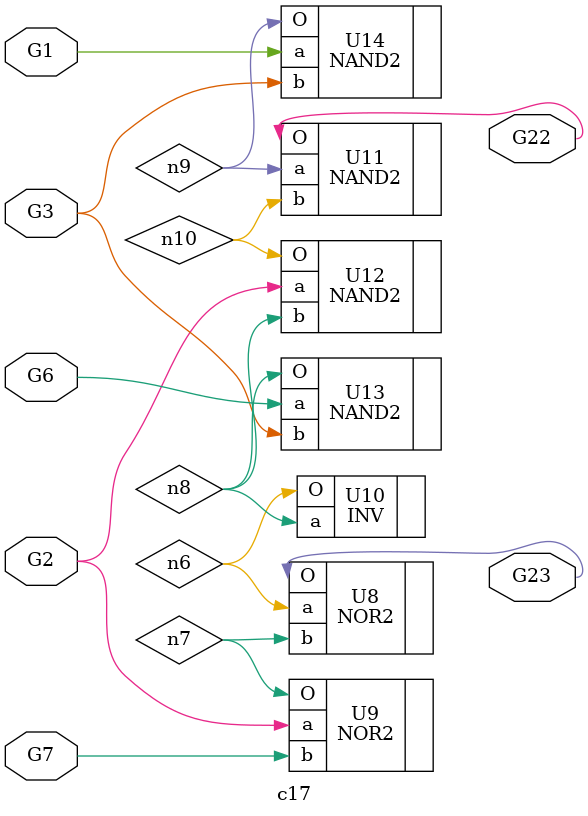
<source format=v>


module c17 ( G1, G2, G3, G6, G7, G22, G23 );
  input G1, G2, G3, G6, G7;
  output G22, G23;
  wire   n6, n7, n8, n9, n10;

  NOR2 U8 ( .a(n6), .b(n7), .O(G23) );
  NOR2 U9 ( .a(G2), .b(G7), .O(n7) );
  INV U10 ( .a(n8), .O(n6) );
  NAND2 U11 ( .a(n9), .b(n10), .O(G22) );
  NAND2 U12 ( .a(G2), .b(n8), .O(n10) );
  NAND2 U13 ( .a(G6), .b(G3), .O(n8) );
  NAND2 U14 ( .a(G1), .b(G3), .O(n9) );
endmodule


</source>
